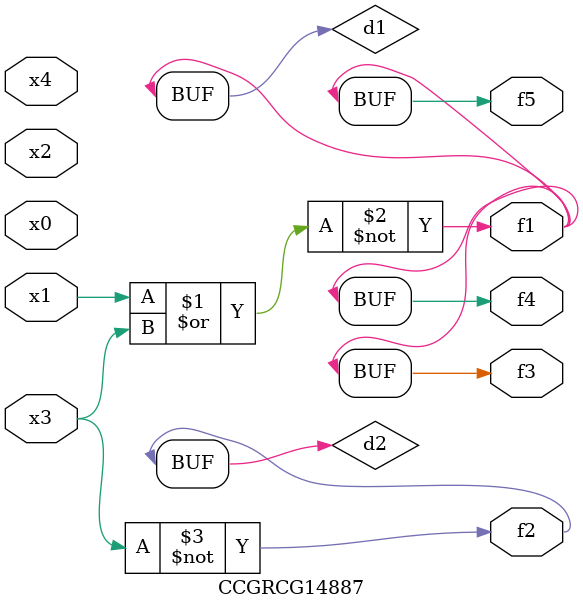
<source format=v>
module CCGRCG14887(
	input x0, x1, x2, x3, x4,
	output f1, f2, f3, f4, f5
);

	wire d1, d2;

	nor (d1, x1, x3);
	not (d2, x3);
	assign f1 = d1;
	assign f2 = d2;
	assign f3 = d1;
	assign f4 = d1;
	assign f5 = d1;
endmodule

</source>
